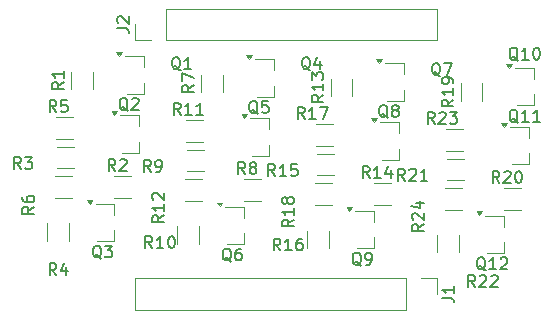
<source format=gbr>
%TF.GenerationSoftware,KiCad,Pcbnew,8.0.6*%
%TF.CreationDate,2024-11-07T23:38:59+00:00*%
%TF.ProjectId,pin_interface_circuit,70696e5f-696e-4746-9572-666163655f63,rev?*%
%TF.SameCoordinates,Original*%
%TF.FileFunction,Legend,Top*%
%TF.FilePolarity,Positive*%
%FSLAX46Y46*%
G04 Gerber Fmt 4.6, Leading zero omitted, Abs format (unit mm)*
G04 Created by KiCad (PCBNEW 8.0.6) date 2024-11-07 23:38:59*
%MOMM*%
%LPD*%
G01*
G04 APERTURE LIST*
%ADD10C,0.150000*%
%ADD11C,0.120000*%
G04 APERTURE END LIST*
D10*
X147228571Y-94500057D02*
X147133333Y-94452438D01*
X147133333Y-94452438D02*
X147038095Y-94357200D01*
X147038095Y-94357200D02*
X146895238Y-94214342D01*
X146895238Y-94214342D02*
X146800000Y-94166723D01*
X146800000Y-94166723D02*
X146704762Y-94166723D01*
X146752381Y-94404819D02*
X146657143Y-94357200D01*
X146657143Y-94357200D02*
X146561905Y-94261961D01*
X146561905Y-94261961D02*
X146514286Y-94071485D01*
X146514286Y-94071485D02*
X146514286Y-93738152D01*
X146514286Y-93738152D02*
X146561905Y-93547676D01*
X146561905Y-93547676D02*
X146657143Y-93452438D01*
X146657143Y-93452438D02*
X146752381Y-93404819D01*
X146752381Y-93404819D02*
X146942857Y-93404819D01*
X146942857Y-93404819D02*
X147038095Y-93452438D01*
X147038095Y-93452438D02*
X147133333Y-93547676D01*
X147133333Y-93547676D02*
X147180952Y-93738152D01*
X147180952Y-93738152D02*
X147180952Y-94071485D01*
X147180952Y-94071485D02*
X147133333Y-94261961D01*
X147133333Y-94261961D02*
X147038095Y-94357200D01*
X147038095Y-94357200D02*
X146942857Y-94404819D01*
X146942857Y-94404819D02*
X146752381Y-94404819D01*
X148133333Y-94404819D02*
X147561905Y-94404819D01*
X147847619Y-94404819D02*
X147847619Y-93404819D01*
X147847619Y-93404819D02*
X147752381Y-93547676D01*
X147752381Y-93547676D02*
X147657143Y-93642914D01*
X147657143Y-93642914D02*
X147561905Y-93690533D01*
X148514286Y-93500057D02*
X148561905Y-93452438D01*
X148561905Y-93452438D02*
X148657143Y-93404819D01*
X148657143Y-93404819D02*
X148895238Y-93404819D01*
X148895238Y-93404819D02*
X148990476Y-93452438D01*
X148990476Y-93452438D02*
X149038095Y-93500057D01*
X149038095Y-93500057D02*
X149085714Y-93595295D01*
X149085714Y-93595295D02*
X149085714Y-93690533D01*
X149085714Y-93690533D02*
X149038095Y-93833390D01*
X149038095Y-93833390D02*
X148466667Y-94404819D01*
X148466667Y-94404819D02*
X149085714Y-94404819D01*
X119007142Y-92604819D02*
X118673809Y-92128628D01*
X118435714Y-92604819D02*
X118435714Y-91604819D01*
X118435714Y-91604819D02*
X118816666Y-91604819D01*
X118816666Y-91604819D02*
X118911904Y-91652438D01*
X118911904Y-91652438D02*
X118959523Y-91700057D01*
X118959523Y-91700057D02*
X119007142Y-91795295D01*
X119007142Y-91795295D02*
X119007142Y-91938152D01*
X119007142Y-91938152D02*
X118959523Y-92033390D01*
X118959523Y-92033390D02*
X118911904Y-92081009D01*
X118911904Y-92081009D02*
X118816666Y-92128628D01*
X118816666Y-92128628D02*
X118435714Y-92128628D01*
X119959523Y-92604819D02*
X119388095Y-92604819D01*
X119673809Y-92604819D02*
X119673809Y-91604819D01*
X119673809Y-91604819D02*
X119578571Y-91747676D01*
X119578571Y-91747676D02*
X119483333Y-91842914D01*
X119483333Y-91842914D02*
X119388095Y-91890533D01*
X120578571Y-91604819D02*
X120673809Y-91604819D01*
X120673809Y-91604819D02*
X120769047Y-91652438D01*
X120769047Y-91652438D02*
X120816666Y-91700057D01*
X120816666Y-91700057D02*
X120864285Y-91795295D01*
X120864285Y-91795295D02*
X120911904Y-91985771D01*
X120911904Y-91985771D02*
X120911904Y-92223866D01*
X120911904Y-92223866D02*
X120864285Y-92414342D01*
X120864285Y-92414342D02*
X120816666Y-92509580D01*
X120816666Y-92509580D02*
X120769047Y-92557200D01*
X120769047Y-92557200D02*
X120673809Y-92604819D01*
X120673809Y-92604819D02*
X120578571Y-92604819D01*
X120578571Y-92604819D02*
X120483333Y-92557200D01*
X120483333Y-92557200D02*
X120435714Y-92509580D01*
X120435714Y-92509580D02*
X120388095Y-92414342D01*
X120388095Y-92414342D02*
X120340476Y-92223866D01*
X120340476Y-92223866D02*
X120340476Y-91985771D01*
X120340476Y-91985771D02*
X120388095Y-91795295D01*
X120388095Y-91795295D02*
X120435714Y-91700057D01*
X120435714Y-91700057D02*
X120483333Y-91652438D01*
X120483333Y-91652438D02*
X120578571Y-91604819D01*
X143564819Y-96833333D02*
X144279104Y-96833333D01*
X144279104Y-96833333D02*
X144421961Y-96880952D01*
X144421961Y-96880952D02*
X144517200Y-96976190D01*
X144517200Y-96976190D02*
X144564819Y-97119047D01*
X144564819Y-97119047D02*
X144564819Y-97214285D01*
X144564819Y-95833333D02*
X144564819Y-96404761D01*
X144564819Y-96119047D02*
X143564819Y-96119047D01*
X143564819Y-96119047D02*
X143707676Y-96214285D01*
X143707676Y-96214285D02*
X143802914Y-96309523D01*
X143802914Y-96309523D02*
X143850533Y-96404761D01*
X149978571Y-82000057D02*
X149883333Y-81952438D01*
X149883333Y-81952438D02*
X149788095Y-81857200D01*
X149788095Y-81857200D02*
X149645238Y-81714342D01*
X149645238Y-81714342D02*
X149550000Y-81666723D01*
X149550000Y-81666723D02*
X149454762Y-81666723D01*
X149502381Y-81904819D02*
X149407143Y-81857200D01*
X149407143Y-81857200D02*
X149311905Y-81761961D01*
X149311905Y-81761961D02*
X149264286Y-81571485D01*
X149264286Y-81571485D02*
X149264286Y-81238152D01*
X149264286Y-81238152D02*
X149311905Y-81047676D01*
X149311905Y-81047676D02*
X149407143Y-80952438D01*
X149407143Y-80952438D02*
X149502381Y-80904819D01*
X149502381Y-80904819D02*
X149692857Y-80904819D01*
X149692857Y-80904819D02*
X149788095Y-80952438D01*
X149788095Y-80952438D02*
X149883333Y-81047676D01*
X149883333Y-81047676D02*
X149930952Y-81238152D01*
X149930952Y-81238152D02*
X149930952Y-81571485D01*
X149930952Y-81571485D02*
X149883333Y-81761961D01*
X149883333Y-81761961D02*
X149788095Y-81857200D01*
X149788095Y-81857200D02*
X149692857Y-81904819D01*
X149692857Y-81904819D02*
X149502381Y-81904819D01*
X150883333Y-81904819D02*
X150311905Y-81904819D01*
X150597619Y-81904819D02*
X150597619Y-80904819D01*
X150597619Y-80904819D02*
X150502381Y-81047676D01*
X150502381Y-81047676D02*
X150407143Y-81142914D01*
X150407143Y-81142914D02*
X150311905Y-81190533D01*
X151835714Y-81904819D02*
X151264286Y-81904819D01*
X151550000Y-81904819D02*
X151550000Y-80904819D01*
X151550000Y-80904819D02*
X151454762Y-81047676D01*
X151454762Y-81047676D02*
X151359524Y-81142914D01*
X151359524Y-81142914D02*
X151264286Y-81190533D01*
X121404761Y-77550057D02*
X121309523Y-77502438D01*
X121309523Y-77502438D02*
X121214285Y-77407200D01*
X121214285Y-77407200D02*
X121071428Y-77264342D01*
X121071428Y-77264342D02*
X120976190Y-77216723D01*
X120976190Y-77216723D02*
X120880952Y-77216723D01*
X120928571Y-77454819D02*
X120833333Y-77407200D01*
X120833333Y-77407200D02*
X120738095Y-77311961D01*
X120738095Y-77311961D02*
X120690476Y-77121485D01*
X120690476Y-77121485D02*
X120690476Y-76788152D01*
X120690476Y-76788152D02*
X120738095Y-76597676D01*
X120738095Y-76597676D02*
X120833333Y-76502438D01*
X120833333Y-76502438D02*
X120928571Y-76454819D01*
X120928571Y-76454819D02*
X121119047Y-76454819D01*
X121119047Y-76454819D02*
X121214285Y-76502438D01*
X121214285Y-76502438D02*
X121309523Y-76597676D01*
X121309523Y-76597676D02*
X121357142Y-76788152D01*
X121357142Y-76788152D02*
X121357142Y-77121485D01*
X121357142Y-77121485D02*
X121309523Y-77311961D01*
X121309523Y-77311961D02*
X121214285Y-77407200D01*
X121214285Y-77407200D02*
X121119047Y-77454819D01*
X121119047Y-77454819D02*
X120928571Y-77454819D01*
X122309523Y-77454819D02*
X121738095Y-77454819D01*
X122023809Y-77454819D02*
X122023809Y-76454819D01*
X122023809Y-76454819D02*
X121928571Y-76597676D01*
X121928571Y-76597676D02*
X121833333Y-76692914D01*
X121833333Y-76692914D02*
X121738095Y-76740533D01*
X121407142Y-81334819D02*
X121073809Y-80858628D01*
X120835714Y-81334819D02*
X120835714Y-80334819D01*
X120835714Y-80334819D02*
X121216666Y-80334819D01*
X121216666Y-80334819D02*
X121311904Y-80382438D01*
X121311904Y-80382438D02*
X121359523Y-80430057D01*
X121359523Y-80430057D02*
X121407142Y-80525295D01*
X121407142Y-80525295D02*
X121407142Y-80668152D01*
X121407142Y-80668152D02*
X121359523Y-80763390D01*
X121359523Y-80763390D02*
X121311904Y-80811009D01*
X121311904Y-80811009D02*
X121216666Y-80858628D01*
X121216666Y-80858628D02*
X120835714Y-80858628D01*
X122359523Y-81334819D02*
X121788095Y-81334819D01*
X122073809Y-81334819D02*
X122073809Y-80334819D01*
X122073809Y-80334819D02*
X121978571Y-80477676D01*
X121978571Y-80477676D02*
X121883333Y-80572914D01*
X121883333Y-80572914D02*
X121788095Y-80620533D01*
X123311904Y-81334819D02*
X122740476Y-81334819D01*
X123026190Y-81334819D02*
X123026190Y-80334819D01*
X123026190Y-80334819D02*
X122930952Y-80477676D01*
X122930952Y-80477676D02*
X122835714Y-80572914D01*
X122835714Y-80572914D02*
X122740476Y-80620533D01*
X122504819Y-78816666D02*
X122028628Y-79149999D01*
X122504819Y-79388094D02*
X121504819Y-79388094D01*
X121504819Y-79388094D02*
X121504819Y-79007142D01*
X121504819Y-79007142D02*
X121552438Y-78911904D01*
X121552438Y-78911904D02*
X121600057Y-78864285D01*
X121600057Y-78864285D02*
X121695295Y-78816666D01*
X121695295Y-78816666D02*
X121838152Y-78816666D01*
X121838152Y-78816666D02*
X121933390Y-78864285D01*
X121933390Y-78864285D02*
X121981009Y-78911904D01*
X121981009Y-78911904D02*
X122028628Y-79007142D01*
X122028628Y-79007142D02*
X122028628Y-79388094D01*
X121504819Y-78483332D02*
X121504819Y-77816666D01*
X121504819Y-77816666D02*
X122504819Y-78245237D01*
X137407142Y-86684819D02*
X137073809Y-86208628D01*
X136835714Y-86684819D02*
X136835714Y-85684819D01*
X136835714Y-85684819D02*
X137216666Y-85684819D01*
X137216666Y-85684819D02*
X137311904Y-85732438D01*
X137311904Y-85732438D02*
X137359523Y-85780057D01*
X137359523Y-85780057D02*
X137407142Y-85875295D01*
X137407142Y-85875295D02*
X137407142Y-86018152D01*
X137407142Y-86018152D02*
X137359523Y-86113390D01*
X137359523Y-86113390D02*
X137311904Y-86161009D01*
X137311904Y-86161009D02*
X137216666Y-86208628D01*
X137216666Y-86208628D02*
X136835714Y-86208628D01*
X138359523Y-86684819D02*
X137788095Y-86684819D01*
X138073809Y-86684819D02*
X138073809Y-85684819D01*
X138073809Y-85684819D02*
X137978571Y-85827676D01*
X137978571Y-85827676D02*
X137883333Y-85922914D01*
X137883333Y-85922914D02*
X137788095Y-85970533D01*
X139216666Y-86018152D02*
X139216666Y-86684819D01*
X138978571Y-85637200D02*
X138740476Y-86351485D01*
X138740476Y-86351485D02*
X139359523Y-86351485D01*
X116954761Y-81000057D02*
X116859523Y-80952438D01*
X116859523Y-80952438D02*
X116764285Y-80857200D01*
X116764285Y-80857200D02*
X116621428Y-80714342D01*
X116621428Y-80714342D02*
X116526190Y-80666723D01*
X116526190Y-80666723D02*
X116430952Y-80666723D01*
X116478571Y-80904819D02*
X116383333Y-80857200D01*
X116383333Y-80857200D02*
X116288095Y-80761961D01*
X116288095Y-80761961D02*
X116240476Y-80571485D01*
X116240476Y-80571485D02*
X116240476Y-80238152D01*
X116240476Y-80238152D02*
X116288095Y-80047676D01*
X116288095Y-80047676D02*
X116383333Y-79952438D01*
X116383333Y-79952438D02*
X116478571Y-79904819D01*
X116478571Y-79904819D02*
X116669047Y-79904819D01*
X116669047Y-79904819D02*
X116764285Y-79952438D01*
X116764285Y-79952438D02*
X116859523Y-80047676D01*
X116859523Y-80047676D02*
X116907142Y-80238152D01*
X116907142Y-80238152D02*
X116907142Y-80571485D01*
X116907142Y-80571485D02*
X116859523Y-80761961D01*
X116859523Y-80761961D02*
X116764285Y-80857200D01*
X116764285Y-80857200D02*
X116669047Y-80904819D01*
X116669047Y-80904819D02*
X116478571Y-80904819D01*
X117288095Y-80000057D02*
X117335714Y-79952438D01*
X117335714Y-79952438D02*
X117430952Y-79904819D01*
X117430952Y-79904819D02*
X117669047Y-79904819D01*
X117669047Y-79904819D02*
X117764285Y-79952438D01*
X117764285Y-79952438D02*
X117811904Y-80000057D01*
X117811904Y-80000057D02*
X117859523Y-80095295D01*
X117859523Y-80095295D02*
X117859523Y-80190533D01*
X117859523Y-80190533D02*
X117811904Y-80333390D01*
X117811904Y-80333390D02*
X117240476Y-80904819D01*
X117240476Y-80904819D02*
X117859523Y-80904819D01*
X109004819Y-89116666D02*
X108528628Y-89449999D01*
X109004819Y-89688094D02*
X108004819Y-89688094D01*
X108004819Y-89688094D02*
X108004819Y-89307142D01*
X108004819Y-89307142D02*
X108052438Y-89211904D01*
X108052438Y-89211904D02*
X108100057Y-89164285D01*
X108100057Y-89164285D02*
X108195295Y-89116666D01*
X108195295Y-89116666D02*
X108338152Y-89116666D01*
X108338152Y-89116666D02*
X108433390Y-89164285D01*
X108433390Y-89164285D02*
X108481009Y-89211904D01*
X108481009Y-89211904D02*
X108528628Y-89307142D01*
X108528628Y-89307142D02*
X108528628Y-89688094D01*
X108004819Y-88259523D02*
X108004819Y-88449999D01*
X108004819Y-88449999D02*
X108052438Y-88545237D01*
X108052438Y-88545237D02*
X108100057Y-88592856D01*
X108100057Y-88592856D02*
X108242914Y-88688094D01*
X108242914Y-88688094D02*
X108433390Y-88735713D01*
X108433390Y-88735713D02*
X108814342Y-88735713D01*
X108814342Y-88735713D02*
X108909580Y-88688094D01*
X108909580Y-88688094D02*
X108957200Y-88640475D01*
X108957200Y-88640475D02*
X109004819Y-88545237D01*
X109004819Y-88545237D02*
X109004819Y-88354761D01*
X109004819Y-88354761D02*
X108957200Y-88259523D01*
X108957200Y-88259523D02*
X108909580Y-88211904D01*
X108909580Y-88211904D02*
X108814342Y-88164285D01*
X108814342Y-88164285D02*
X108576247Y-88164285D01*
X108576247Y-88164285D02*
X108481009Y-88211904D01*
X108481009Y-88211904D02*
X108433390Y-88259523D01*
X108433390Y-88259523D02*
X108385771Y-88354761D01*
X108385771Y-88354761D02*
X108385771Y-88545237D01*
X108385771Y-88545237D02*
X108433390Y-88640475D01*
X108433390Y-88640475D02*
X108481009Y-88688094D01*
X108481009Y-88688094D02*
X108576247Y-88735713D01*
X116044819Y-73993333D02*
X116759104Y-73993333D01*
X116759104Y-73993333D02*
X116901961Y-74040952D01*
X116901961Y-74040952D02*
X116997200Y-74136190D01*
X116997200Y-74136190D02*
X117044819Y-74279047D01*
X117044819Y-74279047D02*
X117044819Y-74374285D01*
X116140057Y-73564761D02*
X116092438Y-73517142D01*
X116092438Y-73517142D02*
X116044819Y-73421904D01*
X116044819Y-73421904D02*
X116044819Y-73183809D01*
X116044819Y-73183809D02*
X116092438Y-73088571D01*
X116092438Y-73088571D02*
X116140057Y-73040952D01*
X116140057Y-73040952D02*
X116235295Y-72993333D01*
X116235295Y-72993333D02*
X116330533Y-72993333D01*
X116330533Y-72993333D02*
X116473390Y-73040952D01*
X116473390Y-73040952D02*
X117044819Y-73612380D01*
X117044819Y-73612380D02*
X117044819Y-72993333D01*
X136704761Y-94100057D02*
X136609523Y-94052438D01*
X136609523Y-94052438D02*
X136514285Y-93957200D01*
X136514285Y-93957200D02*
X136371428Y-93814342D01*
X136371428Y-93814342D02*
X136276190Y-93766723D01*
X136276190Y-93766723D02*
X136180952Y-93766723D01*
X136228571Y-94004819D02*
X136133333Y-93957200D01*
X136133333Y-93957200D02*
X136038095Y-93861961D01*
X136038095Y-93861961D02*
X135990476Y-93671485D01*
X135990476Y-93671485D02*
X135990476Y-93338152D01*
X135990476Y-93338152D02*
X136038095Y-93147676D01*
X136038095Y-93147676D02*
X136133333Y-93052438D01*
X136133333Y-93052438D02*
X136228571Y-93004819D01*
X136228571Y-93004819D02*
X136419047Y-93004819D01*
X136419047Y-93004819D02*
X136514285Y-93052438D01*
X136514285Y-93052438D02*
X136609523Y-93147676D01*
X136609523Y-93147676D02*
X136657142Y-93338152D01*
X136657142Y-93338152D02*
X136657142Y-93671485D01*
X136657142Y-93671485D02*
X136609523Y-93861961D01*
X136609523Y-93861961D02*
X136514285Y-93957200D01*
X136514285Y-93957200D02*
X136419047Y-94004819D01*
X136419047Y-94004819D02*
X136228571Y-94004819D01*
X137133333Y-94004819D02*
X137323809Y-94004819D01*
X137323809Y-94004819D02*
X137419047Y-93957200D01*
X137419047Y-93957200D02*
X137466666Y-93909580D01*
X137466666Y-93909580D02*
X137561904Y-93766723D01*
X137561904Y-93766723D02*
X137609523Y-93576247D01*
X137609523Y-93576247D02*
X137609523Y-93195295D01*
X137609523Y-93195295D02*
X137561904Y-93100057D01*
X137561904Y-93100057D02*
X137514285Y-93052438D01*
X137514285Y-93052438D02*
X137419047Y-93004819D01*
X137419047Y-93004819D02*
X137228571Y-93004819D01*
X137228571Y-93004819D02*
X137133333Y-93052438D01*
X137133333Y-93052438D02*
X137085714Y-93100057D01*
X137085714Y-93100057D02*
X137038095Y-93195295D01*
X137038095Y-93195295D02*
X137038095Y-93433390D01*
X137038095Y-93433390D02*
X137085714Y-93528628D01*
X137085714Y-93528628D02*
X137133333Y-93576247D01*
X137133333Y-93576247D02*
X137228571Y-93623866D01*
X137228571Y-93623866D02*
X137419047Y-93623866D01*
X137419047Y-93623866D02*
X137514285Y-93576247D01*
X137514285Y-93576247D02*
X137561904Y-93528628D01*
X137561904Y-93528628D02*
X137609523Y-93433390D01*
X131004819Y-90192857D02*
X130528628Y-90526190D01*
X131004819Y-90764285D02*
X130004819Y-90764285D01*
X130004819Y-90764285D02*
X130004819Y-90383333D01*
X130004819Y-90383333D02*
X130052438Y-90288095D01*
X130052438Y-90288095D02*
X130100057Y-90240476D01*
X130100057Y-90240476D02*
X130195295Y-90192857D01*
X130195295Y-90192857D02*
X130338152Y-90192857D01*
X130338152Y-90192857D02*
X130433390Y-90240476D01*
X130433390Y-90240476D02*
X130481009Y-90288095D01*
X130481009Y-90288095D02*
X130528628Y-90383333D01*
X130528628Y-90383333D02*
X130528628Y-90764285D01*
X131004819Y-89240476D02*
X131004819Y-89811904D01*
X131004819Y-89526190D02*
X130004819Y-89526190D01*
X130004819Y-89526190D02*
X130147676Y-89621428D01*
X130147676Y-89621428D02*
X130242914Y-89716666D01*
X130242914Y-89716666D02*
X130290533Y-89811904D01*
X130433390Y-88669047D02*
X130385771Y-88764285D01*
X130385771Y-88764285D02*
X130338152Y-88811904D01*
X130338152Y-88811904D02*
X130242914Y-88859523D01*
X130242914Y-88859523D02*
X130195295Y-88859523D01*
X130195295Y-88859523D02*
X130100057Y-88811904D01*
X130100057Y-88811904D02*
X130052438Y-88764285D01*
X130052438Y-88764285D02*
X130004819Y-88669047D01*
X130004819Y-88669047D02*
X130004819Y-88478571D01*
X130004819Y-88478571D02*
X130052438Y-88383333D01*
X130052438Y-88383333D02*
X130100057Y-88335714D01*
X130100057Y-88335714D02*
X130195295Y-88288095D01*
X130195295Y-88288095D02*
X130242914Y-88288095D01*
X130242914Y-88288095D02*
X130338152Y-88335714D01*
X130338152Y-88335714D02*
X130385771Y-88383333D01*
X130385771Y-88383333D02*
X130433390Y-88478571D01*
X130433390Y-88478571D02*
X130433390Y-88669047D01*
X130433390Y-88669047D02*
X130481009Y-88764285D01*
X130481009Y-88764285D02*
X130528628Y-88811904D01*
X130528628Y-88811904D02*
X130623866Y-88859523D01*
X130623866Y-88859523D02*
X130814342Y-88859523D01*
X130814342Y-88859523D02*
X130909580Y-88811904D01*
X130909580Y-88811904D02*
X130957200Y-88764285D01*
X130957200Y-88764285D02*
X131004819Y-88669047D01*
X131004819Y-88669047D02*
X131004819Y-88478571D01*
X131004819Y-88478571D02*
X130957200Y-88383333D01*
X130957200Y-88383333D02*
X130909580Y-88335714D01*
X130909580Y-88335714D02*
X130814342Y-88288095D01*
X130814342Y-88288095D02*
X130623866Y-88288095D01*
X130623866Y-88288095D02*
X130528628Y-88335714D01*
X130528628Y-88335714D02*
X130481009Y-88383333D01*
X130481009Y-88383333D02*
X130433390Y-88478571D01*
X107883333Y-85904819D02*
X107550000Y-85428628D01*
X107311905Y-85904819D02*
X107311905Y-84904819D01*
X107311905Y-84904819D02*
X107692857Y-84904819D01*
X107692857Y-84904819D02*
X107788095Y-84952438D01*
X107788095Y-84952438D02*
X107835714Y-85000057D01*
X107835714Y-85000057D02*
X107883333Y-85095295D01*
X107883333Y-85095295D02*
X107883333Y-85238152D01*
X107883333Y-85238152D02*
X107835714Y-85333390D01*
X107835714Y-85333390D02*
X107788095Y-85381009D01*
X107788095Y-85381009D02*
X107692857Y-85428628D01*
X107692857Y-85428628D02*
X107311905Y-85428628D01*
X108216667Y-84904819D02*
X108835714Y-84904819D01*
X108835714Y-84904819D02*
X108502381Y-85285771D01*
X108502381Y-85285771D02*
X108645238Y-85285771D01*
X108645238Y-85285771D02*
X108740476Y-85333390D01*
X108740476Y-85333390D02*
X108788095Y-85381009D01*
X108788095Y-85381009D02*
X108835714Y-85476247D01*
X108835714Y-85476247D02*
X108835714Y-85714342D01*
X108835714Y-85714342D02*
X108788095Y-85809580D01*
X108788095Y-85809580D02*
X108740476Y-85857200D01*
X108740476Y-85857200D02*
X108645238Y-85904819D01*
X108645238Y-85904819D02*
X108359524Y-85904819D01*
X108359524Y-85904819D02*
X108264286Y-85857200D01*
X108264286Y-85857200D02*
X108216667Y-85809580D01*
X149978571Y-76750057D02*
X149883333Y-76702438D01*
X149883333Y-76702438D02*
X149788095Y-76607200D01*
X149788095Y-76607200D02*
X149645238Y-76464342D01*
X149645238Y-76464342D02*
X149550000Y-76416723D01*
X149550000Y-76416723D02*
X149454762Y-76416723D01*
X149502381Y-76654819D02*
X149407143Y-76607200D01*
X149407143Y-76607200D02*
X149311905Y-76511961D01*
X149311905Y-76511961D02*
X149264286Y-76321485D01*
X149264286Y-76321485D02*
X149264286Y-75988152D01*
X149264286Y-75988152D02*
X149311905Y-75797676D01*
X149311905Y-75797676D02*
X149407143Y-75702438D01*
X149407143Y-75702438D02*
X149502381Y-75654819D01*
X149502381Y-75654819D02*
X149692857Y-75654819D01*
X149692857Y-75654819D02*
X149788095Y-75702438D01*
X149788095Y-75702438D02*
X149883333Y-75797676D01*
X149883333Y-75797676D02*
X149930952Y-75988152D01*
X149930952Y-75988152D02*
X149930952Y-76321485D01*
X149930952Y-76321485D02*
X149883333Y-76511961D01*
X149883333Y-76511961D02*
X149788095Y-76607200D01*
X149788095Y-76607200D02*
X149692857Y-76654819D01*
X149692857Y-76654819D02*
X149502381Y-76654819D01*
X150883333Y-76654819D02*
X150311905Y-76654819D01*
X150597619Y-76654819D02*
X150597619Y-75654819D01*
X150597619Y-75654819D02*
X150502381Y-75797676D01*
X150502381Y-75797676D02*
X150407143Y-75892914D01*
X150407143Y-75892914D02*
X150311905Y-75940533D01*
X151502381Y-75654819D02*
X151597619Y-75654819D01*
X151597619Y-75654819D02*
X151692857Y-75702438D01*
X151692857Y-75702438D02*
X151740476Y-75750057D01*
X151740476Y-75750057D02*
X151788095Y-75845295D01*
X151788095Y-75845295D02*
X151835714Y-76035771D01*
X151835714Y-76035771D02*
X151835714Y-76273866D01*
X151835714Y-76273866D02*
X151788095Y-76464342D01*
X151788095Y-76464342D02*
X151740476Y-76559580D01*
X151740476Y-76559580D02*
X151692857Y-76607200D01*
X151692857Y-76607200D02*
X151597619Y-76654819D01*
X151597619Y-76654819D02*
X151502381Y-76654819D01*
X151502381Y-76654819D02*
X151407143Y-76607200D01*
X151407143Y-76607200D02*
X151359524Y-76559580D01*
X151359524Y-76559580D02*
X151311905Y-76464342D01*
X151311905Y-76464342D02*
X151264286Y-76273866D01*
X151264286Y-76273866D02*
X151264286Y-76035771D01*
X151264286Y-76035771D02*
X151311905Y-75845295D01*
X151311905Y-75845295D02*
X151359524Y-75750057D01*
X151359524Y-75750057D02*
X151407143Y-75702438D01*
X151407143Y-75702438D02*
X151502381Y-75654819D01*
X142907142Y-82084819D02*
X142573809Y-81608628D01*
X142335714Y-82084819D02*
X142335714Y-81084819D01*
X142335714Y-81084819D02*
X142716666Y-81084819D01*
X142716666Y-81084819D02*
X142811904Y-81132438D01*
X142811904Y-81132438D02*
X142859523Y-81180057D01*
X142859523Y-81180057D02*
X142907142Y-81275295D01*
X142907142Y-81275295D02*
X142907142Y-81418152D01*
X142907142Y-81418152D02*
X142859523Y-81513390D01*
X142859523Y-81513390D02*
X142811904Y-81561009D01*
X142811904Y-81561009D02*
X142716666Y-81608628D01*
X142716666Y-81608628D02*
X142335714Y-81608628D01*
X143288095Y-81180057D02*
X143335714Y-81132438D01*
X143335714Y-81132438D02*
X143430952Y-81084819D01*
X143430952Y-81084819D02*
X143669047Y-81084819D01*
X143669047Y-81084819D02*
X143764285Y-81132438D01*
X143764285Y-81132438D02*
X143811904Y-81180057D01*
X143811904Y-81180057D02*
X143859523Y-81275295D01*
X143859523Y-81275295D02*
X143859523Y-81370533D01*
X143859523Y-81370533D02*
X143811904Y-81513390D01*
X143811904Y-81513390D02*
X143240476Y-82084819D01*
X143240476Y-82084819D02*
X143859523Y-82084819D01*
X144192857Y-81084819D02*
X144811904Y-81084819D01*
X144811904Y-81084819D02*
X144478571Y-81465771D01*
X144478571Y-81465771D02*
X144621428Y-81465771D01*
X144621428Y-81465771D02*
X144716666Y-81513390D01*
X144716666Y-81513390D02*
X144764285Y-81561009D01*
X144764285Y-81561009D02*
X144811904Y-81656247D01*
X144811904Y-81656247D02*
X144811904Y-81894342D01*
X144811904Y-81894342D02*
X144764285Y-81989580D01*
X144764285Y-81989580D02*
X144716666Y-82037200D01*
X144716666Y-82037200D02*
X144621428Y-82084819D01*
X144621428Y-82084819D02*
X144335714Y-82084819D01*
X144335714Y-82084819D02*
X144240476Y-82037200D01*
X144240476Y-82037200D02*
X144192857Y-81989580D01*
X129857142Y-92804819D02*
X129523809Y-92328628D01*
X129285714Y-92804819D02*
X129285714Y-91804819D01*
X129285714Y-91804819D02*
X129666666Y-91804819D01*
X129666666Y-91804819D02*
X129761904Y-91852438D01*
X129761904Y-91852438D02*
X129809523Y-91900057D01*
X129809523Y-91900057D02*
X129857142Y-91995295D01*
X129857142Y-91995295D02*
X129857142Y-92138152D01*
X129857142Y-92138152D02*
X129809523Y-92233390D01*
X129809523Y-92233390D02*
X129761904Y-92281009D01*
X129761904Y-92281009D02*
X129666666Y-92328628D01*
X129666666Y-92328628D02*
X129285714Y-92328628D01*
X130809523Y-92804819D02*
X130238095Y-92804819D01*
X130523809Y-92804819D02*
X130523809Y-91804819D01*
X130523809Y-91804819D02*
X130428571Y-91947676D01*
X130428571Y-91947676D02*
X130333333Y-92042914D01*
X130333333Y-92042914D02*
X130238095Y-92090533D01*
X131666666Y-91804819D02*
X131476190Y-91804819D01*
X131476190Y-91804819D02*
X131380952Y-91852438D01*
X131380952Y-91852438D02*
X131333333Y-91900057D01*
X131333333Y-91900057D02*
X131238095Y-92042914D01*
X131238095Y-92042914D02*
X131190476Y-92233390D01*
X131190476Y-92233390D02*
X131190476Y-92614342D01*
X131190476Y-92614342D02*
X131238095Y-92709580D01*
X131238095Y-92709580D02*
X131285714Y-92757200D01*
X131285714Y-92757200D02*
X131380952Y-92804819D01*
X131380952Y-92804819D02*
X131571428Y-92804819D01*
X131571428Y-92804819D02*
X131666666Y-92757200D01*
X131666666Y-92757200D02*
X131714285Y-92709580D01*
X131714285Y-92709580D02*
X131761904Y-92614342D01*
X131761904Y-92614342D02*
X131761904Y-92376247D01*
X131761904Y-92376247D02*
X131714285Y-92281009D01*
X131714285Y-92281009D02*
X131666666Y-92233390D01*
X131666666Y-92233390D02*
X131571428Y-92185771D01*
X131571428Y-92185771D02*
X131380952Y-92185771D01*
X131380952Y-92185771D02*
X131285714Y-92233390D01*
X131285714Y-92233390D02*
X131238095Y-92281009D01*
X131238095Y-92281009D02*
X131190476Y-92376247D01*
X120004819Y-89842857D02*
X119528628Y-90176190D01*
X120004819Y-90414285D02*
X119004819Y-90414285D01*
X119004819Y-90414285D02*
X119004819Y-90033333D01*
X119004819Y-90033333D02*
X119052438Y-89938095D01*
X119052438Y-89938095D02*
X119100057Y-89890476D01*
X119100057Y-89890476D02*
X119195295Y-89842857D01*
X119195295Y-89842857D02*
X119338152Y-89842857D01*
X119338152Y-89842857D02*
X119433390Y-89890476D01*
X119433390Y-89890476D02*
X119481009Y-89938095D01*
X119481009Y-89938095D02*
X119528628Y-90033333D01*
X119528628Y-90033333D02*
X119528628Y-90414285D01*
X120004819Y-88890476D02*
X120004819Y-89461904D01*
X120004819Y-89176190D02*
X119004819Y-89176190D01*
X119004819Y-89176190D02*
X119147676Y-89271428D01*
X119147676Y-89271428D02*
X119242914Y-89366666D01*
X119242914Y-89366666D02*
X119290533Y-89461904D01*
X119100057Y-88509523D02*
X119052438Y-88461904D01*
X119052438Y-88461904D02*
X119004819Y-88366666D01*
X119004819Y-88366666D02*
X119004819Y-88128571D01*
X119004819Y-88128571D02*
X119052438Y-88033333D01*
X119052438Y-88033333D02*
X119100057Y-87985714D01*
X119100057Y-87985714D02*
X119195295Y-87938095D01*
X119195295Y-87938095D02*
X119290533Y-87938095D01*
X119290533Y-87938095D02*
X119433390Y-87985714D01*
X119433390Y-87985714D02*
X120004819Y-88557142D01*
X120004819Y-88557142D02*
X120004819Y-87938095D01*
X140407142Y-86904819D02*
X140073809Y-86428628D01*
X139835714Y-86904819D02*
X139835714Y-85904819D01*
X139835714Y-85904819D02*
X140216666Y-85904819D01*
X140216666Y-85904819D02*
X140311904Y-85952438D01*
X140311904Y-85952438D02*
X140359523Y-86000057D01*
X140359523Y-86000057D02*
X140407142Y-86095295D01*
X140407142Y-86095295D02*
X140407142Y-86238152D01*
X140407142Y-86238152D02*
X140359523Y-86333390D01*
X140359523Y-86333390D02*
X140311904Y-86381009D01*
X140311904Y-86381009D02*
X140216666Y-86428628D01*
X140216666Y-86428628D02*
X139835714Y-86428628D01*
X140788095Y-86000057D02*
X140835714Y-85952438D01*
X140835714Y-85952438D02*
X140930952Y-85904819D01*
X140930952Y-85904819D02*
X141169047Y-85904819D01*
X141169047Y-85904819D02*
X141264285Y-85952438D01*
X141264285Y-85952438D02*
X141311904Y-86000057D01*
X141311904Y-86000057D02*
X141359523Y-86095295D01*
X141359523Y-86095295D02*
X141359523Y-86190533D01*
X141359523Y-86190533D02*
X141311904Y-86333390D01*
X141311904Y-86333390D02*
X140740476Y-86904819D01*
X140740476Y-86904819D02*
X141359523Y-86904819D01*
X142311904Y-86904819D02*
X141740476Y-86904819D01*
X142026190Y-86904819D02*
X142026190Y-85904819D01*
X142026190Y-85904819D02*
X141930952Y-86047676D01*
X141930952Y-86047676D02*
X141835714Y-86142914D01*
X141835714Y-86142914D02*
X141740476Y-86190533D01*
X127954761Y-81250057D02*
X127859523Y-81202438D01*
X127859523Y-81202438D02*
X127764285Y-81107200D01*
X127764285Y-81107200D02*
X127621428Y-80964342D01*
X127621428Y-80964342D02*
X127526190Y-80916723D01*
X127526190Y-80916723D02*
X127430952Y-80916723D01*
X127478571Y-81154819D02*
X127383333Y-81107200D01*
X127383333Y-81107200D02*
X127288095Y-81011961D01*
X127288095Y-81011961D02*
X127240476Y-80821485D01*
X127240476Y-80821485D02*
X127240476Y-80488152D01*
X127240476Y-80488152D02*
X127288095Y-80297676D01*
X127288095Y-80297676D02*
X127383333Y-80202438D01*
X127383333Y-80202438D02*
X127478571Y-80154819D01*
X127478571Y-80154819D02*
X127669047Y-80154819D01*
X127669047Y-80154819D02*
X127764285Y-80202438D01*
X127764285Y-80202438D02*
X127859523Y-80297676D01*
X127859523Y-80297676D02*
X127907142Y-80488152D01*
X127907142Y-80488152D02*
X127907142Y-80821485D01*
X127907142Y-80821485D02*
X127859523Y-81011961D01*
X127859523Y-81011961D02*
X127764285Y-81107200D01*
X127764285Y-81107200D02*
X127669047Y-81154819D01*
X127669047Y-81154819D02*
X127478571Y-81154819D01*
X128811904Y-80154819D02*
X128335714Y-80154819D01*
X128335714Y-80154819D02*
X128288095Y-80631009D01*
X128288095Y-80631009D02*
X128335714Y-80583390D01*
X128335714Y-80583390D02*
X128430952Y-80535771D01*
X128430952Y-80535771D02*
X128669047Y-80535771D01*
X128669047Y-80535771D02*
X128764285Y-80583390D01*
X128764285Y-80583390D02*
X128811904Y-80631009D01*
X128811904Y-80631009D02*
X128859523Y-80726247D01*
X128859523Y-80726247D02*
X128859523Y-80964342D01*
X128859523Y-80964342D02*
X128811904Y-81059580D01*
X128811904Y-81059580D02*
X128764285Y-81107200D01*
X128764285Y-81107200D02*
X128669047Y-81154819D01*
X128669047Y-81154819D02*
X128430952Y-81154819D01*
X128430952Y-81154819D02*
X128335714Y-81107200D01*
X128335714Y-81107200D02*
X128288095Y-81059580D01*
X110883333Y-81084819D02*
X110550000Y-80608628D01*
X110311905Y-81084819D02*
X110311905Y-80084819D01*
X110311905Y-80084819D02*
X110692857Y-80084819D01*
X110692857Y-80084819D02*
X110788095Y-80132438D01*
X110788095Y-80132438D02*
X110835714Y-80180057D01*
X110835714Y-80180057D02*
X110883333Y-80275295D01*
X110883333Y-80275295D02*
X110883333Y-80418152D01*
X110883333Y-80418152D02*
X110835714Y-80513390D01*
X110835714Y-80513390D02*
X110788095Y-80561009D01*
X110788095Y-80561009D02*
X110692857Y-80608628D01*
X110692857Y-80608628D02*
X110311905Y-80608628D01*
X111788095Y-80084819D02*
X111311905Y-80084819D01*
X111311905Y-80084819D02*
X111264286Y-80561009D01*
X111264286Y-80561009D02*
X111311905Y-80513390D01*
X111311905Y-80513390D02*
X111407143Y-80465771D01*
X111407143Y-80465771D02*
X111645238Y-80465771D01*
X111645238Y-80465771D02*
X111740476Y-80513390D01*
X111740476Y-80513390D02*
X111788095Y-80561009D01*
X111788095Y-80561009D02*
X111835714Y-80656247D01*
X111835714Y-80656247D02*
X111835714Y-80894342D01*
X111835714Y-80894342D02*
X111788095Y-80989580D01*
X111788095Y-80989580D02*
X111740476Y-81037200D01*
X111740476Y-81037200D02*
X111645238Y-81084819D01*
X111645238Y-81084819D02*
X111407143Y-81084819D01*
X111407143Y-81084819D02*
X111311905Y-81037200D01*
X111311905Y-81037200D02*
X111264286Y-80989580D01*
X131907142Y-81684819D02*
X131573809Y-81208628D01*
X131335714Y-81684819D02*
X131335714Y-80684819D01*
X131335714Y-80684819D02*
X131716666Y-80684819D01*
X131716666Y-80684819D02*
X131811904Y-80732438D01*
X131811904Y-80732438D02*
X131859523Y-80780057D01*
X131859523Y-80780057D02*
X131907142Y-80875295D01*
X131907142Y-80875295D02*
X131907142Y-81018152D01*
X131907142Y-81018152D02*
X131859523Y-81113390D01*
X131859523Y-81113390D02*
X131811904Y-81161009D01*
X131811904Y-81161009D02*
X131716666Y-81208628D01*
X131716666Y-81208628D02*
X131335714Y-81208628D01*
X132859523Y-81684819D02*
X132288095Y-81684819D01*
X132573809Y-81684819D02*
X132573809Y-80684819D01*
X132573809Y-80684819D02*
X132478571Y-80827676D01*
X132478571Y-80827676D02*
X132383333Y-80922914D01*
X132383333Y-80922914D02*
X132288095Y-80970533D01*
X133192857Y-80684819D02*
X133859523Y-80684819D01*
X133859523Y-80684819D02*
X133430952Y-81684819D01*
X133504819Y-79642857D02*
X133028628Y-79976190D01*
X133504819Y-80214285D02*
X132504819Y-80214285D01*
X132504819Y-80214285D02*
X132504819Y-79833333D01*
X132504819Y-79833333D02*
X132552438Y-79738095D01*
X132552438Y-79738095D02*
X132600057Y-79690476D01*
X132600057Y-79690476D02*
X132695295Y-79642857D01*
X132695295Y-79642857D02*
X132838152Y-79642857D01*
X132838152Y-79642857D02*
X132933390Y-79690476D01*
X132933390Y-79690476D02*
X132981009Y-79738095D01*
X132981009Y-79738095D02*
X133028628Y-79833333D01*
X133028628Y-79833333D02*
X133028628Y-80214285D01*
X133504819Y-78690476D02*
X133504819Y-79261904D01*
X133504819Y-78976190D02*
X132504819Y-78976190D01*
X132504819Y-78976190D02*
X132647676Y-79071428D01*
X132647676Y-79071428D02*
X132742914Y-79166666D01*
X132742914Y-79166666D02*
X132790533Y-79261904D01*
X132504819Y-78357142D02*
X132504819Y-77738095D01*
X132504819Y-77738095D02*
X132885771Y-78071428D01*
X132885771Y-78071428D02*
X132885771Y-77928571D01*
X132885771Y-77928571D02*
X132933390Y-77833333D01*
X132933390Y-77833333D02*
X132981009Y-77785714D01*
X132981009Y-77785714D02*
X133076247Y-77738095D01*
X133076247Y-77738095D02*
X133314342Y-77738095D01*
X133314342Y-77738095D02*
X133409580Y-77785714D01*
X133409580Y-77785714D02*
X133457200Y-77833333D01*
X133457200Y-77833333D02*
X133504819Y-77928571D01*
X133504819Y-77928571D02*
X133504819Y-78214285D01*
X133504819Y-78214285D02*
X133457200Y-78309523D01*
X133457200Y-78309523D02*
X133409580Y-78357142D01*
X148407142Y-87084819D02*
X148073809Y-86608628D01*
X147835714Y-87084819D02*
X147835714Y-86084819D01*
X147835714Y-86084819D02*
X148216666Y-86084819D01*
X148216666Y-86084819D02*
X148311904Y-86132438D01*
X148311904Y-86132438D02*
X148359523Y-86180057D01*
X148359523Y-86180057D02*
X148407142Y-86275295D01*
X148407142Y-86275295D02*
X148407142Y-86418152D01*
X148407142Y-86418152D02*
X148359523Y-86513390D01*
X148359523Y-86513390D02*
X148311904Y-86561009D01*
X148311904Y-86561009D02*
X148216666Y-86608628D01*
X148216666Y-86608628D02*
X147835714Y-86608628D01*
X148788095Y-86180057D02*
X148835714Y-86132438D01*
X148835714Y-86132438D02*
X148930952Y-86084819D01*
X148930952Y-86084819D02*
X149169047Y-86084819D01*
X149169047Y-86084819D02*
X149264285Y-86132438D01*
X149264285Y-86132438D02*
X149311904Y-86180057D01*
X149311904Y-86180057D02*
X149359523Y-86275295D01*
X149359523Y-86275295D02*
X149359523Y-86370533D01*
X149359523Y-86370533D02*
X149311904Y-86513390D01*
X149311904Y-86513390D02*
X148740476Y-87084819D01*
X148740476Y-87084819D02*
X149359523Y-87084819D01*
X149978571Y-86084819D02*
X150073809Y-86084819D01*
X150073809Y-86084819D02*
X150169047Y-86132438D01*
X150169047Y-86132438D02*
X150216666Y-86180057D01*
X150216666Y-86180057D02*
X150264285Y-86275295D01*
X150264285Y-86275295D02*
X150311904Y-86465771D01*
X150311904Y-86465771D02*
X150311904Y-86703866D01*
X150311904Y-86703866D02*
X150264285Y-86894342D01*
X150264285Y-86894342D02*
X150216666Y-86989580D01*
X150216666Y-86989580D02*
X150169047Y-87037200D01*
X150169047Y-87037200D02*
X150073809Y-87084819D01*
X150073809Y-87084819D02*
X149978571Y-87084819D01*
X149978571Y-87084819D02*
X149883333Y-87037200D01*
X149883333Y-87037200D02*
X149835714Y-86989580D01*
X149835714Y-86989580D02*
X149788095Y-86894342D01*
X149788095Y-86894342D02*
X149740476Y-86703866D01*
X149740476Y-86703866D02*
X149740476Y-86465771D01*
X149740476Y-86465771D02*
X149788095Y-86275295D01*
X149788095Y-86275295D02*
X149835714Y-86180057D01*
X149835714Y-86180057D02*
X149883333Y-86132438D01*
X149883333Y-86132438D02*
X149978571Y-86084819D01*
X126883333Y-86334819D02*
X126550000Y-85858628D01*
X126311905Y-86334819D02*
X126311905Y-85334819D01*
X126311905Y-85334819D02*
X126692857Y-85334819D01*
X126692857Y-85334819D02*
X126788095Y-85382438D01*
X126788095Y-85382438D02*
X126835714Y-85430057D01*
X126835714Y-85430057D02*
X126883333Y-85525295D01*
X126883333Y-85525295D02*
X126883333Y-85668152D01*
X126883333Y-85668152D02*
X126835714Y-85763390D01*
X126835714Y-85763390D02*
X126788095Y-85811009D01*
X126788095Y-85811009D02*
X126692857Y-85858628D01*
X126692857Y-85858628D02*
X126311905Y-85858628D01*
X127454762Y-85763390D02*
X127359524Y-85715771D01*
X127359524Y-85715771D02*
X127311905Y-85668152D01*
X127311905Y-85668152D02*
X127264286Y-85572914D01*
X127264286Y-85572914D02*
X127264286Y-85525295D01*
X127264286Y-85525295D02*
X127311905Y-85430057D01*
X127311905Y-85430057D02*
X127359524Y-85382438D01*
X127359524Y-85382438D02*
X127454762Y-85334819D01*
X127454762Y-85334819D02*
X127645238Y-85334819D01*
X127645238Y-85334819D02*
X127740476Y-85382438D01*
X127740476Y-85382438D02*
X127788095Y-85430057D01*
X127788095Y-85430057D02*
X127835714Y-85525295D01*
X127835714Y-85525295D02*
X127835714Y-85572914D01*
X127835714Y-85572914D02*
X127788095Y-85668152D01*
X127788095Y-85668152D02*
X127740476Y-85715771D01*
X127740476Y-85715771D02*
X127645238Y-85763390D01*
X127645238Y-85763390D02*
X127454762Y-85763390D01*
X127454762Y-85763390D02*
X127359524Y-85811009D01*
X127359524Y-85811009D02*
X127311905Y-85858628D01*
X127311905Y-85858628D02*
X127264286Y-85953866D01*
X127264286Y-85953866D02*
X127264286Y-86144342D01*
X127264286Y-86144342D02*
X127311905Y-86239580D01*
X127311905Y-86239580D02*
X127359524Y-86287200D01*
X127359524Y-86287200D02*
X127454762Y-86334819D01*
X127454762Y-86334819D02*
X127645238Y-86334819D01*
X127645238Y-86334819D02*
X127740476Y-86287200D01*
X127740476Y-86287200D02*
X127788095Y-86239580D01*
X127788095Y-86239580D02*
X127835714Y-86144342D01*
X127835714Y-86144342D02*
X127835714Y-85953866D01*
X127835714Y-85953866D02*
X127788095Y-85858628D01*
X127788095Y-85858628D02*
X127740476Y-85811009D01*
X127740476Y-85811009D02*
X127645238Y-85763390D01*
X110883333Y-94904819D02*
X110550000Y-94428628D01*
X110311905Y-94904819D02*
X110311905Y-93904819D01*
X110311905Y-93904819D02*
X110692857Y-93904819D01*
X110692857Y-93904819D02*
X110788095Y-93952438D01*
X110788095Y-93952438D02*
X110835714Y-94000057D01*
X110835714Y-94000057D02*
X110883333Y-94095295D01*
X110883333Y-94095295D02*
X110883333Y-94238152D01*
X110883333Y-94238152D02*
X110835714Y-94333390D01*
X110835714Y-94333390D02*
X110788095Y-94381009D01*
X110788095Y-94381009D02*
X110692857Y-94428628D01*
X110692857Y-94428628D02*
X110311905Y-94428628D01*
X111740476Y-94238152D02*
X111740476Y-94904819D01*
X111502381Y-93857200D02*
X111264286Y-94571485D01*
X111264286Y-94571485D02*
X111883333Y-94571485D01*
X118883333Y-86154819D02*
X118550000Y-85678628D01*
X118311905Y-86154819D02*
X118311905Y-85154819D01*
X118311905Y-85154819D02*
X118692857Y-85154819D01*
X118692857Y-85154819D02*
X118788095Y-85202438D01*
X118788095Y-85202438D02*
X118835714Y-85250057D01*
X118835714Y-85250057D02*
X118883333Y-85345295D01*
X118883333Y-85345295D02*
X118883333Y-85488152D01*
X118883333Y-85488152D02*
X118835714Y-85583390D01*
X118835714Y-85583390D02*
X118788095Y-85631009D01*
X118788095Y-85631009D02*
X118692857Y-85678628D01*
X118692857Y-85678628D02*
X118311905Y-85678628D01*
X119359524Y-86154819D02*
X119550000Y-86154819D01*
X119550000Y-86154819D02*
X119645238Y-86107200D01*
X119645238Y-86107200D02*
X119692857Y-86059580D01*
X119692857Y-86059580D02*
X119788095Y-85916723D01*
X119788095Y-85916723D02*
X119835714Y-85726247D01*
X119835714Y-85726247D02*
X119835714Y-85345295D01*
X119835714Y-85345295D02*
X119788095Y-85250057D01*
X119788095Y-85250057D02*
X119740476Y-85202438D01*
X119740476Y-85202438D02*
X119645238Y-85154819D01*
X119645238Y-85154819D02*
X119454762Y-85154819D01*
X119454762Y-85154819D02*
X119359524Y-85202438D01*
X119359524Y-85202438D02*
X119311905Y-85250057D01*
X119311905Y-85250057D02*
X119264286Y-85345295D01*
X119264286Y-85345295D02*
X119264286Y-85583390D01*
X119264286Y-85583390D02*
X119311905Y-85678628D01*
X119311905Y-85678628D02*
X119359524Y-85726247D01*
X119359524Y-85726247D02*
X119454762Y-85773866D01*
X119454762Y-85773866D02*
X119645238Y-85773866D01*
X119645238Y-85773866D02*
X119740476Y-85726247D01*
X119740476Y-85726247D02*
X119788095Y-85678628D01*
X119788095Y-85678628D02*
X119835714Y-85583390D01*
X111504819Y-78566666D02*
X111028628Y-78899999D01*
X111504819Y-79138094D02*
X110504819Y-79138094D01*
X110504819Y-79138094D02*
X110504819Y-78757142D01*
X110504819Y-78757142D02*
X110552438Y-78661904D01*
X110552438Y-78661904D02*
X110600057Y-78614285D01*
X110600057Y-78614285D02*
X110695295Y-78566666D01*
X110695295Y-78566666D02*
X110838152Y-78566666D01*
X110838152Y-78566666D02*
X110933390Y-78614285D01*
X110933390Y-78614285D02*
X110981009Y-78661904D01*
X110981009Y-78661904D02*
X111028628Y-78757142D01*
X111028628Y-78757142D02*
X111028628Y-79138094D01*
X111504819Y-77614285D02*
X111504819Y-78185713D01*
X111504819Y-77899999D02*
X110504819Y-77899999D01*
X110504819Y-77899999D02*
X110647676Y-77995237D01*
X110647676Y-77995237D02*
X110742914Y-78090475D01*
X110742914Y-78090475D02*
X110790533Y-78185713D01*
X115883333Y-86084819D02*
X115550000Y-85608628D01*
X115311905Y-86084819D02*
X115311905Y-85084819D01*
X115311905Y-85084819D02*
X115692857Y-85084819D01*
X115692857Y-85084819D02*
X115788095Y-85132438D01*
X115788095Y-85132438D02*
X115835714Y-85180057D01*
X115835714Y-85180057D02*
X115883333Y-85275295D01*
X115883333Y-85275295D02*
X115883333Y-85418152D01*
X115883333Y-85418152D02*
X115835714Y-85513390D01*
X115835714Y-85513390D02*
X115788095Y-85561009D01*
X115788095Y-85561009D02*
X115692857Y-85608628D01*
X115692857Y-85608628D02*
X115311905Y-85608628D01*
X116264286Y-85180057D02*
X116311905Y-85132438D01*
X116311905Y-85132438D02*
X116407143Y-85084819D01*
X116407143Y-85084819D02*
X116645238Y-85084819D01*
X116645238Y-85084819D02*
X116740476Y-85132438D01*
X116740476Y-85132438D02*
X116788095Y-85180057D01*
X116788095Y-85180057D02*
X116835714Y-85275295D01*
X116835714Y-85275295D02*
X116835714Y-85370533D01*
X116835714Y-85370533D02*
X116788095Y-85513390D01*
X116788095Y-85513390D02*
X116216667Y-86084819D01*
X116216667Y-86084819D02*
X116835714Y-86084819D01*
X132404761Y-77550057D02*
X132309523Y-77502438D01*
X132309523Y-77502438D02*
X132214285Y-77407200D01*
X132214285Y-77407200D02*
X132071428Y-77264342D01*
X132071428Y-77264342D02*
X131976190Y-77216723D01*
X131976190Y-77216723D02*
X131880952Y-77216723D01*
X131928571Y-77454819D02*
X131833333Y-77407200D01*
X131833333Y-77407200D02*
X131738095Y-77311961D01*
X131738095Y-77311961D02*
X131690476Y-77121485D01*
X131690476Y-77121485D02*
X131690476Y-76788152D01*
X131690476Y-76788152D02*
X131738095Y-76597676D01*
X131738095Y-76597676D02*
X131833333Y-76502438D01*
X131833333Y-76502438D02*
X131928571Y-76454819D01*
X131928571Y-76454819D02*
X132119047Y-76454819D01*
X132119047Y-76454819D02*
X132214285Y-76502438D01*
X132214285Y-76502438D02*
X132309523Y-76597676D01*
X132309523Y-76597676D02*
X132357142Y-76788152D01*
X132357142Y-76788152D02*
X132357142Y-77121485D01*
X132357142Y-77121485D02*
X132309523Y-77311961D01*
X132309523Y-77311961D02*
X132214285Y-77407200D01*
X132214285Y-77407200D02*
X132119047Y-77454819D01*
X132119047Y-77454819D02*
X131928571Y-77454819D01*
X133214285Y-76788152D02*
X133214285Y-77454819D01*
X132976190Y-76407200D02*
X132738095Y-77121485D01*
X132738095Y-77121485D02*
X133357142Y-77121485D01*
X114704761Y-93500057D02*
X114609523Y-93452438D01*
X114609523Y-93452438D02*
X114514285Y-93357200D01*
X114514285Y-93357200D02*
X114371428Y-93214342D01*
X114371428Y-93214342D02*
X114276190Y-93166723D01*
X114276190Y-93166723D02*
X114180952Y-93166723D01*
X114228571Y-93404819D02*
X114133333Y-93357200D01*
X114133333Y-93357200D02*
X114038095Y-93261961D01*
X114038095Y-93261961D02*
X113990476Y-93071485D01*
X113990476Y-93071485D02*
X113990476Y-92738152D01*
X113990476Y-92738152D02*
X114038095Y-92547676D01*
X114038095Y-92547676D02*
X114133333Y-92452438D01*
X114133333Y-92452438D02*
X114228571Y-92404819D01*
X114228571Y-92404819D02*
X114419047Y-92404819D01*
X114419047Y-92404819D02*
X114514285Y-92452438D01*
X114514285Y-92452438D02*
X114609523Y-92547676D01*
X114609523Y-92547676D02*
X114657142Y-92738152D01*
X114657142Y-92738152D02*
X114657142Y-93071485D01*
X114657142Y-93071485D02*
X114609523Y-93261961D01*
X114609523Y-93261961D02*
X114514285Y-93357200D01*
X114514285Y-93357200D02*
X114419047Y-93404819D01*
X114419047Y-93404819D02*
X114228571Y-93404819D01*
X114990476Y-92404819D02*
X115609523Y-92404819D01*
X115609523Y-92404819D02*
X115276190Y-92785771D01*
X115276190Y-92785771D02*
X115419047Y-92785771D01*
X115419047Y-92785771D02*
X115514285Y-92833390D01*
X115514285Y-92833390D02*
X115561904Y-92881009D01*
X115561904Y-92881009D02*
X115609523Y-92976247D01*
X115609523Y-92976247D02*
X115609523Y-93214342D01*
X115609523Y-93214342D02*
X115561904Y-93309580D01*
X115561904Y-93309580D02*
X115514285Y-93357200D01*
X115514285Y-93357200D02*
X115419047Y-93404819D01*
X115419047Y-93404819D02*
X115133333Y-93404819D01*
X115133333Y-93404819D02*
X115038095Y-93357200D01*
X115038095Y-93357200D02*
X114990476Y-93309580D01*
X143404761Y-78050057D02*
X143309523Y-78002438D01*
X143309523Y-78002438D02*
X143214285Y-77907200D01*
X143214285Y-77907200D02*
X143071428Y-77764342D01*
X143071428Y-77764342D02*
X142976190Y-77716723D01*
X142976190Y-77716723D02*
X142880952Y-77716723D01*
X142928571Y-77954819D02*
X142833333Y-77907200D01*
X142833333Y-77907200D02*
X142738095Y-77811961D01*
X142738095Y-77811961D02*
X142690476Y-77621485D01*
X142690476Y-77621485D02*
X142690476Y-77288152D01*
X142690476Y-77288152D02*
X142738095Y-77097676D01*
X142738095Y-77097676D02*
X142833333Y-77002438D01*
X142833333Y-77002438D02*
X142928571Y-76954819D01*
X142928571Y-76954819D02*
X143119047Y-76954819D01*
X143119047Y-76954819D02*
X143214285Y-77002438D01*
X143214285Y-77002438D02*
X143309523Y-77097676D01*
X143309523Y-77097676D02*
X143357142Y-77288152D01*
X143357142Y-77288152D02*
X143357142Y-77621485D01*
X143357142Y-77621485D02*
X143309523Y-77811961D01*
X143309523Y-77811961D02*
X143214285Y-77907200D01*
X143214285Y-77907200D02*
X143119047Y-77954819D01*
X143119047Y-77954819D02*
X142928571Y-77954819D01*
X143690476Y-76954819D02*
X144357142Y-76954819D01*
X144357142Y-76954819D02*
X143928571Y-77954819D01*
X125704761Y-93750057D02*
X125609523Y-93702438D01*
X125609523Y-93702438D02*
X125514285Y-93607200D01*
X125514285Y-93607200D02*
X125371428Y-93464342D01*
X125371428Y-93464342D02*
X125276190Y-93416723D01*
X125276190Y-93416723D02*
X125180952Y-93416723D01*
X125228571Y-93654819D02*
X125133333Y-93607200D01*
X125133333Y-93607200D02*
X125038095Y-93511961D01*
X125038095Y-93511961D02*
X124990476Y-93321485D01*
X124990476Y-93321485D02*
X124990476Y-92988152D01*
X124990476Y-92988152D02*
X125038095Y-92797676D01*
X125038095Y-92797676D02*
X125133333Y-92702438D01*
X125133333Y-92702438D02*
X125228571Y-92654819D01*
X125228571Y-92654819D02*
X125419047Y-92654819D01*
X125419047Y-92654819D02*
X125514285Y-92702438D01*
X125514285Y-92702438D02*
X125609523Y-92797676D01*
X125609523Y-92797676D02*
X125657142Y-92988152D01*
X125657142Y-92988152D02*
X125657142Y-93321485D01*
X125657142Y-93321485D02*
X125609523Y-93511961D01*
X125609523Y-93511961D02*
X125514285Y-93607200D01*
X125514285Y-93607200D02*
X125419047Y-93654819D01*
X125419047Y-93654819D02*
X125228571Y-93654819D01*
X126514285Y-92654819D02*
X126323809Y-92654819D01*
X126323809Y-92654819D02*
X126228571Y-92702438D01*
X126228571Y-92702438D02*
X126180952Y-92750057D01*
X126180952Y-92750057D02*
X126085714Y-92892914D01*
X126085714Y-92892914D02*
X126038095Y-93083390D01*
X126038095Y-93083390D02*
X126038095Y-93464342D01*
X126038095Y-93464342D02*
X126085714Y-93559580D01*
X126085714Y-93559580D02*
X126133333Y-93607200D01*
X126133333Y-93607200D02*
X126228571Y-93654819D01*
X126228571Y-93654819D02*
X126419047Y-93654819D01*
X126419047Y-93654819D02*
X126514285Y-93607200D01*
X126514285Y-93607200D02*
X126561904Y-93559580D01*
X126561904Y-93559580D02*
X126609523Y-93464342D01*
X126609523Y-93464342D02*
X126609523Y-93226247D01*
X126609523Y-93226247D02*
X126561904Y-93131009D01*
X126561904Y-93131009D02*
X126514285Y-93083390D01*
X126514285Y-93083390D02*
X126419047Y-93035771D01*
X126419047Y-93035771D02*
X126228571Y-93035771D01*
X126228571Y-93035771D02*
X126133333Y-93083390D01*
X126133333Y-93083390D02*
X126085714Y-93131009D01*
X126085714Y-93131009D02*
X126038095Y-93226247D01*
X146357142Y-95904819D02*
X146023809Y-95428628D01*
X145785714Y-95904819D02*
X145785714Y-94904819D01*
X145785714Y-94904819D02*
X146166666Y-94904819D01*
X146166666Y-94904819D02*
X146261904Y-94952438D01*
X146261904Y-94952438D02*
X146309523Y-95000057D01*
X146309523Y-95000057D02*
X146357142Y-95095295D01*
X146357142Y-95095295D02*
X146357142Y-95238152D01*
X146357142Y-95238152D02*
X146309523Y-95333390D01*
X146309523Y-95333390D02*
X146261904Y-95381009D01*
X146261904Y-95381009D02*
X146166666Y-95428628D01*
X146166666Y-95428628D02*
X145785714Y-95428628D01*
X146738095Y-95000057D02*
X146785714Y-94952438D01*
X146785714Y-94952438D02*
X146880952Y-94904819D01*
X146880952Y-94904819D02*
X147119047Y-94904819D01*
X147119047Y-94904819D02*
X147214285Y-94952438D01*
X147214285Y-94952438D02*
X147261904Y-95000057D01*
X147261904Y-95000057D02*
X147309523Y-95095295D01*
X147309523Y-95095295D02*
X147309523Y-95190533D01*
X147309523Y-95190533D02*
X147261904Y-95333390D01*
X147261904Y-95333390D02*
X146690476Y-95904819D01*
X146690476Y-95904819D02*
X147309523Y-95904819D01*
X147690476Y-95000057D02*
X147738095Y-94952438D01*
X147738095Y-94952438D02*
X147833333Y-94904819D01*
X147833333Y-94904819D02*
X148071428Y-94904819D01*
X148071428Y-94904819D02*
X148166666Y-94952438D01*
X148166666Y-94952438D02*
X148214285Y-95000057D01*
X148214285Y-95000057D02*
X148261904Y-95095295D01*
X148261904Y-95095295D02*
X148261904Y-95190533D01*
X148261904Y-95190533D02*
X148214285Y-95333390D01*
X148214285Y-95333390D02*
X147642857Y-95904819D01*
X147642857Y-95904819D02*
X148261904Y-95904819D01*
X138954761Y-81600057D02*
X138859523Y-81552438D01*
X138859523Y-81552438D02*
X138764285Y-81457200D01*
X138764285Y-81457200D02*
X138621428Y-81314342D01*
X138621428Y-81314342D02*
X138526190Y-81266723D01*
X138526190Y-81266723D02*
X138430952Y-81266723D01*
X138478571Y-81504819D02*
X138383333Y-81457200D01*
X138383333Y-81457200D02*
X138288095Y-81361961D01*
X138288095Y-81361961D02*
X138240476Y-81171485D01*
X138240476Y-81171485D02*
X138240476Y-80838152D01*
X138240476Y-80838152D02*
X138288095Y-80647676D01*
X138288095Y-80647676D02*
X138383333Y-80552438D01*
X138383333Y-80552438D02*
X138478571Y-80504819D01*
X138478571Y-80504819D02*
X138669047Y-80504819D01*
X138669047Y-80504819D02*
X138764285Y-80552438D01*
X138764285Y-80552438D02*
X138859523Y-80647676D01*
X138859523Y-80647676D02*
X138907142Y-80838152D01*
X138907142Y-80838152D02*
X138907142Y-81171485D01*
X138907142Y-81171485D02*
X138859523Y-81361961D01*
X138859523Y-81361961D02*
X138764285Y-81457200D01*
X138764285Y-81457200D02*
X138669047Y-81504819D01*
X138669047Y-81504819D02*
X138478571Y-81504819D01*
X139478571Y-80933390D02*
X139383333Y-80885771D01*
X139383333Y-80885771D02*
X139335714Y-80838152D01*
X139335714Y-80838152D02*
X139288095Y-80742914D01*
X139288095Y-80742914D02*
X139288095Y-80695295D01*
X139288095Y-80695295D02*
X139335714Y-80600057D01*
X139335714Y-80600057D02*
X139383333Y-80552438D01*
X139383333Y-80552438D02*
X139478571Y-80504819D01*
X139478571Y-80504819D02*
X139669047Y-80504819D01*
X139669047Y-80504819D02*
X139764285Y-80552438D01*
X139764285Y-80552438D02*
X139811904Y-80600057D01*
X139811904Y-80600057D02*
X139859523Y-80695295D01*
X139859523Y-80695295D02*
X139859523Y-80742914D01*
X139859523Y-80742914D02*
X139811904Y-80838152D01*
X139811904Y-80838152D02*
X139764285Y-80885771D01*
X139764285Y-80885771D02*
X139669047Y-80933390D01*
X139669047Y-80933390D02*
X139478571Y-80933390D01*
X139478571Y-80933390D02*
X139383333Y-80981009D01*
X139383333Y-80981009D02*
X139335714Y-81028628D01*
X139335714Y-81028628D02*
X139288095Y-81123866D01*
X139288095Y-81123866D02*
X139288095Y-81314342D01*
X139288095Y-81314342D02*
X139335714Y-81409580D01*
X139335714Y-81409580D02*
X139383333Y-81457200D01*
X139383333Y-81457200D02*
X139478571Y-81504819D01*
X139478571Y-81504819D02*
X139669047Y-81504819D01*
X139669047Y-81504819D02*
X139764285Y-81457200D01*
X139764285Y-81457200D02*
X139811904Y-81409580D01*
X139811904Y-81409580D02*
X139859523Y-81314342D01*
X139859523Y-81314342D02*
X139859523Y-81123866D01*
X139859523Y-81123866D02*
X139811904Y-81028628D01*
X139811904Y-81028628D02*
X139764285Y-80981009D01*
X139764285Y-80981009D02*
X139669047Y-80933390D01*
X129407142Y-86504819D02*
X129073809Y-86028628D01*
X128835714Y-86504819D02*
X128835714Y-85504819D01*
X128835714Y-85504819D02*
X129216666Y-85504819D01*
X129216666Y-85504819D02*
X129311904Y-85552438D01*
X129311904Y-85552438D02*
X129359523Y-85600057D01*
X129359523Y-85600057D02*
X129407142Y-85695295D01*
X129407142Y-85695295D02*
X129407142Y-85838152D01*
X129407142Y-85838152D02*
X129359523Y-85933390D01*
X129359523Y-85933390D02*
X129311904Y-85981009D01*
X129311904Y-85981009D02*
X129216666Y-86028628D01*
X129216666Y-86028628D02*
X128835714Y-86028628D01*
X130359523Y-86504819D02*
X129788095Y-86504819D01*
X130073809Y-86504819D02*
X130073809Y-85504819D01*
X130073809Y-85504819D02*
X129978571Y-85647676D01*
X129978571Y-85647676D02*
X129883333Y-85742914D01*
X129883333Y-85742914D02*
X129788095Y-85790533D01*
X131264285Y-85504819D02*
X130788095Y-85504819D01*
X130788095Y-85504819D02*
X130740476Y-85981009D01*
X130740476Y-85981009D02*
X130788095Y-85933390D01*
X130788095Y-85933390D02*
X130883333Y-85885771D01*
X130883333Y-85885771D02*
X131121428Y-85885771D01*
X131121428Y-85885771D02*
X131216666Y-85933390D01*
X131216666Y-85933390D02*
X131264285Y-85981009D01*
X131264285Y-85981009D02*
X131311904Y-86076247D01*
X131311904Y-86076247D02*
X131311904Y-86314342D01*
X131311904Y-86314342D02*
X131264285Y-86409580D01*
X131264285Y-86409580D02*
X131216666Y-86457200D01*
X131216666Y-86457200D02*
X131121428Y-86504819D01*
X131121428Y-86504819D02*
X130883333Y-86504819D01*
X130883333Y-86504819D02*
X130788095Y-86457200D01*
X130788095Y-86457200D02*
X130740476Y-86409580D01*
X142004819Y-90592857D02*
X141528628Y-90926190D01*
X142004819Y-91164285D02*
X141004819Y-91164285D01*
X141004819Y-91164285D02*
X141004819Y-90783333D01*
X141004819Y-90783333D02*
X141052438Y-90688095D01*
X141052438Y-90688095D02*
X141100057Y-90640476D01*
X141100057Y-90640476D02*
X141195295Y-90592857D01*
X141195295Y-90592857D02*
X141338152Y-90592857D01*
X141338152Y-90592857D02*
X141433390Y-90640476D01*
X141433390Y-90640476D02*
X141481009Y-90688095D01*
X141481009Y-90688095D02*
X141528628Y-90783333D01*
X141528628Y-90783333D02*
X141528628Y-91164285D01*
X141100057Y-90211904D02*
X141052438Y-90164285D01*
X141052438Y-90164285D02*
X141004819Y-90069047D01*
X141004819Y-90069047D02*
X141004819Y-89830952D01*
X141004819Y-89830952D02*
X141052438Y-89735714D01*
X141052438Y-89735714D02*
X141100057Y-89688095D01*
X141100057Y-89688095D02*
X141195295Y-89640476D01*
X141195295Y-89640476D02*
X141290533Y-89640476D01*
X141290533Y-89640476D02*
X141433390Y-89688095D01*
X141433390Y-89688095D02*
X142004819Y-90259523D01*
X142004819Y-90259523D02*
X142004819Y-89640476D01*
X141338152Y-88783333D02*
X142004819Y-88783333D01*
X140957200Y-89021428D02*
X141671485Y-89259523D01*
X141671485Y-89259523D02*
X141671485Y-88640476D01*
X144504819Y-80042857D02*
X144028628Y-80376190D01*
X144504819Y-80614285D02*
X143504819Y-80614285D01*
X143504819Y-80614285D02*
X143504819Y-80233333D01*
X143504819Y-80233333D02*
X143552438Y-80138095D01*
X143552438Y-80138095D02*
X143600057Y-80090476D01*
X143600057Y-80090476D02*
X143695295Y-80042857D01*
X143695295Y-80042857D02*
X143838152Y-80042857D01*
X143838152Y-80042857D02*
X143933390Y-80090476D01*
X143933390Y-80090476D02*
X143981009Y-80138095D01*
X143981009Y-80138095D02*
X144028628Y-80233333D01*
X144028628Y-80233333D02*
X144028628Y-80614285D01*
X144504819Y-79090476D02*
X144504819Y-79661904D01*
X144504819Y-79376190D02*
X143504819Y-79376190D01*
X143504819Y-79376190D02*
X143647676Y-79471428D01*
X143647676Y-79471428D02*
X143742914Y-79566666D01*
X143742914Y-79566666D02*
X143790533Y-79661904D01*
X144504819Y-78614285D02*
X144504819Y-78423809D01*
X144504819Y-78423809D02*
X144457200Y-78328571D01*
X144457200Y-78328571D02*
X144409580Y-78280952D01*
X144409580Y-78280952D02*
X144266723Y-78185714D01*
X144266723Y-78185714D02*
X144076247Y-78138095D01*
X144076247Y-78138095D02*
X143695295Y-78138095D01*
X143695295Y-78138095D02*
X143600057Y-78185714D01*
X143600057Y-78185714D02*
X143552438Y-78233333D01*
X143552438Y-78233333D02*
X143504819Y-78328571D01*
X143504819Y-78328571D02*
X143504819Y-78519047D01*
X143504819Y-78519047D02*
X143552438Y-78614285D01*
X143552438Y-78614285D02*
X143600057Y-78661904D01*
X143600057Y-78661904D02*
X143695295Y-78709523D01*
X143695295Y-78709523D02*
X143933390Y-78709523D01*
X143933390Y-78709523D02*
X144028628Y-78661904D01*
X144028628Y-78661904D02*
X144076247Y-78614285D01*
X144076247Y-78614285D02*
X144123866Y-78519047D01*
X144123866Y-78519047D02*
X144123866Y-78328571D01*
X144123866Y-78328571D02*
X144076247Y-78233333D01*
X144076247Y-78233333D02*
X144028628Y-78185714D01*
X144028628Y-78185714D02*
X143933390Y-78138095D01*
D11*
%TO.C,Q12*%
X148010000Y-89870000D02*
X147210000Y-89870000D01*
X148010000Y-89870000D02*
X148810000Y-89870000D01*
X148810000Y-89870000D02*
X148810000Y-90800000D01*
X148810000Y-93030000D02*
X147350000Y-93030000D01*
X148810000Y-93030000D02*
X148810000Y-92100000D01*
X146710000Y-89840000D02*
X146470000Y-89510000D01*
X146950000Y-89510000D01*
X146710000Y-89840000D01*
G36*
X146710000Y-89840000D02*
G01*
X146470000Y-89510000D01*
X146950000Y-89510000D01*
X146710000Y-89840000D01*
G37*
%TO.C,R10*%
X121140000Y-90772936D02*
X121140000Y-92227064D01*
X122960000Y-90772936D02*
X122960000Y-92227064D01*
%TO.C,J1*%
X117590000Y-95170000D02*
X117590000Y-97830000D01*
X140510000Y-95170000D02*
X117590000Y-95170000D01*
X140510000Y-95170000D02*
X140510000Y-97830000D01*
X140510000Y-97830000D02*
X117590000Y-97830000D01*
X141780000Y-95170000D02*
X143110000Y-95170000D01*
X143110000Y-95170000D02*
X143110000Y-96500000D01*
%TO.C,Q11*%
X150110000Y-82370000D02*
X149310000Y-82370000D01*
X150110000Y-82370000D02*
X150910000Y-82370000D01*
X150910000Y-82370000D02*
X150910000Y-83300000D01*
X150910000Y-85530000D02*
X149450000Y-85530000D01*
X150910000Y-85530000D02*
X150910000Y-84600000D01*
X148810000Y-82340000D02*
X148570000Y-82010000D01*
X149050000Y-82010000D01*
X148810000Y-82340000D01*
G36*
X148810000Y-82340000D02*
G01*
X148570000Y-82010000D01*
X149050000Y-82010000D01*
X148810000Y-82340000D01*
G37*
%TO.C,Q1*%
X117510000Y-76370000D02*
X116710000Y-76370000D01*
X117510000Y-76370000D02*
X118310000Y-76370000D01*
X118310000Y-76370000D02*
X118310000Y-77300000D01*
X118310000Y-79530000D02*
X116850000Y-79530000D01*
X118310000Y-79530000D02*
X118310000Y-78600000D01*
X116210000Y-76340000D02*
X115970000Y-76010000D01*
X116450000Y-76010000D01*
X116210000Y-76340000D01*
G36*
X116210000Y-76340000D02*
G01*
X115970000Y-76010000D01*
X116450000Y-76010000D01*
X116210000Y-76340000D01*
G37*
%TO.C,R11*%
X121872936Y-81790000D02*
X123327064Y-81790000D01*
X121872936Y-83610000D02*
X123327064Y-83610000D01*
%TO.C,R7*%
X123140000Y-77922936D02*
X123140000Y-79377064D01*
X124960000Y-77922936D02*
X124960000Y-79377064D01*
%TO.C,R14*%
X137772936Y-87140000D02*
X139227064Y-87140000D01*
X137772936Y-88960000D02*
X139227064Y-88960000D01*
%TO.C,Q2*%
X117110000Y-81370000D02*
X116310000Y-81370000D01*
X117110000Y-81370000D02*
X117910000Y-81370000D01*
X117910000Y-81370000D02*
X117910000Y-82300000D01*
X117910000Y-84530000D02*
X116450000Y-84530000D01*
X117910000Y-84530000D02*
X117910000Y-83600000D01*
X115810000Y-81340000D02*
X115570000Y-81010000D01*
X116050000Y-81010000D01*
X115810000Y-81340000D01*
G36*
X115810000Y-81340000D02*
G01*
X115570000Y-81010000D01*
X116050000Y-81010000D01*
X115810000Y-81340000D01*
G37*
%TO.C,R6*%
X110772936Y-86540000D02*
X112227064Y-86540000D01*
X110772936Y-88360000D02*
X112227064Y-88360000D01*
%TO.C,J2*%
X117590000Y-74990000D02*
X117590000Y-73660000D01*
X118920000Y-74990000D02*
X117590000Y-74990000D01*
X120190000Y-72330000D02*
X143110000Y-72330000D01*
X120190000Y-74990000D02*
X120190000Y-72330000D01*
X120190000Y-74990000D02*
X143110000Y-74990000D01*
X143110000Y-74990000D02*
X143110000Y-72330000D01*
%TO.C,Q9*%
X137010000Y-89470000D02*
X136210000Y-89470000D01*
X137010000Y-89470000D02*
X137810000Y-89470000D01*
X137810000Y-89470000D02*
X137810000Y-90400000D01*
X137810000Y-92630000D02*
X136350000Y-92630000D01*
X137810000Y-92630000D02*
X137810000Y-91700000D01*
X135710000Y-89440000D02*
X135470000Y-89110000D01*
X135950000Y-89110000D01*
X135710000Y-89440000D01*
G36*
X135710000Y-89440000D02*
G01*
X135470000Y-89110000D01*
X135950000Y-89110000D01*
X135710000Y-89440000D01*
G37*
%TO.C,R18*%
X132772936Y-87140000D02*
X134227064Y-87140000D01*
X132772936Y-88960000D02*
X134227064Y-88960000D01*
%TO.C,R3*%
X112427064Y-84040000D02*
X110972936Y-84040000D01*
X112427064Y-85860000D02*
X110972936Y-85860000D01*
%TO.C,Q10*%
X150510000Y-77370000D02*
X149710000Y-77370000D01*
X150510000Y-77370000D02*
X151310000Y-77370000D01*
X151310000Y-77370000D02*
X151310000Y-78300000D01*
X151310000Y-80530000D02*
X149850000Y-80530000D01*
X151310000Y-80530000D02*
X151310000Y-79600000D01*
X149210000Y-77340000D02*
X148970000Y-77010000D01*
X149450000Y-77010000D01*
X149210000Y-77340000D01*
G36*
X149210000Y-77340000D02*
G01*
X148970000Y-77010000D01*
X149450000Y-77010000D01*
X149210000Y-77340000D01*
G37*
%TO.C,R23*%
X143872936Y-82540000D02*
X145327064Y-82540000D01*
X143872936Y-84360000D02*
X145327064Y-84360000D01*
%TO.C,R16*%
X132140000Y-91122936D02*
X132140000Y-92577064D01*
X133960000Y-91122936D02*
X133960000Y-92577064D01*
%TO.C,R12*%
X121772936Y-86790000D02*
X123227064Y-86790000D01*
X121772936Y-88610000D02*
X123227064Y-88610000D01*
%TO.C,R21*%
X145427064Y-85040000D02*
X143972936Y-85040000D01*
X145427064Y-86860000D02*
X143972936Y-86860000D01*
%TO.C,Q5*%
X128110000Y-81620000D02*
X127310000Y-81620000D01*
X128110000Y-81620000D02*
X128910000Y-81620000D01*
X128910000Y-81620000D02*
X128910000Y-82550000D01*
X128910000Y-84780000D02*
X127450000Y-84780000D01*
X128910000Y-84780000D02*
X128910000Y-83850000D01*
X126810000Y-81590000D02*
X126570000Y-81260000D01*
X127050000Y-81260000D01*
X126810000Y-81590000D01*
G36*
X126810000Y-81590000D02*
G01*
X126570000Y-81260000D01*
X127050000Y-81260000D01*
X126810000Y-81590000D01*
G37*
%TO.C,R5*%
X110872936Y-81540000D02*
X112327064Y-81540000D01*
X110872936Y-83360000D02*
X112327064Y-83360000D01*
%TO.C,R17*%
X132872936Y-82140000D02*
X134327064Y-82140000D01*
X132872936Y-83960000D02*
X134327064Y-83960000D01*
%TO.C,R13*%
X134140000Y-78272936D02*
X134140000Y-79727064D01*
X135960000Y-78272936D02*
X135960000Y-79727064D01*
%TO.C,R20*%
X148772936Y-87540000D02*
X150227064Y-87540000D01*
X148772936Y-89360000D02*
X150227064Y-89360000D01*
%TO.C,R8*%
X126772936Y-86790000D02*
X128227064Y-86790000D01*
X126772936Y-88610000D02*
X128227064Y-88610000D01*
%TO.C,R4*%
X110140000Y-90522936D02*
X110140000Y-91977064D01*
X111960000Y-90522936D02*
X111960000Y-91977064D01*
%TO.C,R9*%
X123427064Y-84290000D02*
X121972936Y-84290000D01*
X123427064Y-86110000D02*
X121972936Y-86110000D01*
%TO.C,R1*%
X112140000Y-77672936D02*
X112140000Y-79127064D01*
X113960000Y-77672936D02*
X113960000Y-79127064D01*
%TO.C,R2*%
X115772936Y-86540000D02*
X117227064Y-86540000D01*
X115772936Y-88360000D02*
X117227064Y-88360000D01*
%TO.C,Q4*%
X128510000Y-76620000D02*
X127710000Y-76620000D01*
X128510000Y-76620000D02*
X129310000Y-76620000D01*
X129310000Y-76620000D02*
X129310000Y-77550000D01*
X129310000Y-79780000D02*
X127850000Y-79780000D01*
X129310000Y-79780000D02*
X129310000Y-78850000D01*
X127210000Y-76590000D02*
X126970000Y-76260000D01*
X127450000Y-76260000D01*
X127210000Y-76590000D01*
G36*
X127210000Y-76590000D02*
G01*
X126970000Y-76260000D01*
X127450000Y-76260000D01*
X127210000Y-76590000D01*
G37*
%TO.C,Q3*%
X115010000Y-88870000D02*
X114210000Y-88870000D01*
X115010000Y-88870000D02*
X115810000Y-88870000D01*
X115810000Y-88870000D02*
X115810000Y-89800000D01*
X115810000Y-92030000D02*
X114350000Y-92030000D01*
X115810000Y-92030000D02*
X115810000Y-91100000D01*
X113710000Y-88840000D02*
X113470000Y-88510000D01*
X113950000Y-88510000D01*
X113710000Y-88840000D01*
G36*
X113710000Y-88840000D02*
G01*
X113470000Y-88510000D01*
X113950000Y-88510000D01*
X113710000Y-88840000D01*
G37*
%TO.C,Q7*%
X139510000Y-76970000D02*
X138710000Y-76970000D01*
X139510000Y-76970000D02*
X140310000Y-76970000D01*
X140310000Y-76970000D02*
X140310000Y-77900000D01*
X140310000Y-80130000D02*
X138850000Y-80130000D01*
X140310000Y-80130000D02*
X140310000Y-79200000D01*
X138210000Y-76940000D02*
X137970000Y-76610000D01*
X138450000Y-76610000D01*
X138210000Y-76940000D01*
G36*
X138210000Y-76940000D02*
G01*
X137970000Y-76610000D01*
X138450000Y-76610000D01*
X138210000Y-76940000D01*
G37*
%TO.C,Q6*%
X126010000Y-89120000D02*
X125210000Y-89120000D01*
X126010000Y-89120000D02*
X126810000Y-89120000D01*
X126810000Y-89120000D02*
X126810000Y-90050000D01*
X126810000Y-92280000D02*
X125350000Y-92280000D01*
X126810000Y-92280000D02*
X126810000Y-91350000D01*
X124710000Y-89090000D02*
X124470000Y-88760000D01*
X124950000Y-88760000D01*
X124710000Y-89090000D01*
G36*
X124710000Y-89090000D02*
G01*
X124470000Y-88760000D01*
X124950000Y-88760000D01*
X124710000Y-89090000D01*
G37*
%TO.C,R22*%
X143140000Y-91522936D02*
X143140000Y-92977064D01*
X144960000Y-91522936D02*
X144960000Y-92977064D01*
%TO.C,Q8*%
X139110000Y-81970000D02*
X138310000Y-81970000D01*
X139110000Y-81970000D02*
X139910000Y-81970000D01*
X139910000Y-81970000D02*
X139910000Y-82900000D01*
X139910000Y-85130000D02*
X138450000Y-85130000D01*
X139910000Y-85130000D02*
X139910000Y-84200000D01*
X137810000Y-81940000D02*
X137570000Y-81610000D01*
X138050000Y-81610000D01*
X137810000Y-81940000D01*
G36*
X137810000Y-81940000D02*
G01*
X137570000Y-81610000D01*
X138050000Y-81610000D01*
X137810000Y-81940000D01*
G37*
%TO.C,R15*%
X134427064Y-84640000D02*
X132972936Y-84640000D01*
X134427064Y-86460000D02*
X132972936Y-86460000D01*
%TO.C,R24*%
X143772936Y-87540000D02*
X145227064Y-87540000D01*
X143772936Y-89360000D02*
X145227064Y-89360000D01*
%TO.C,R19*%
X145140000Y-78672936D02*
X145140000Y-80127064D01*
X146960000Y-78672936D02*
X146960000Y-80127064D01*
%TD*%
M02*

</source>
